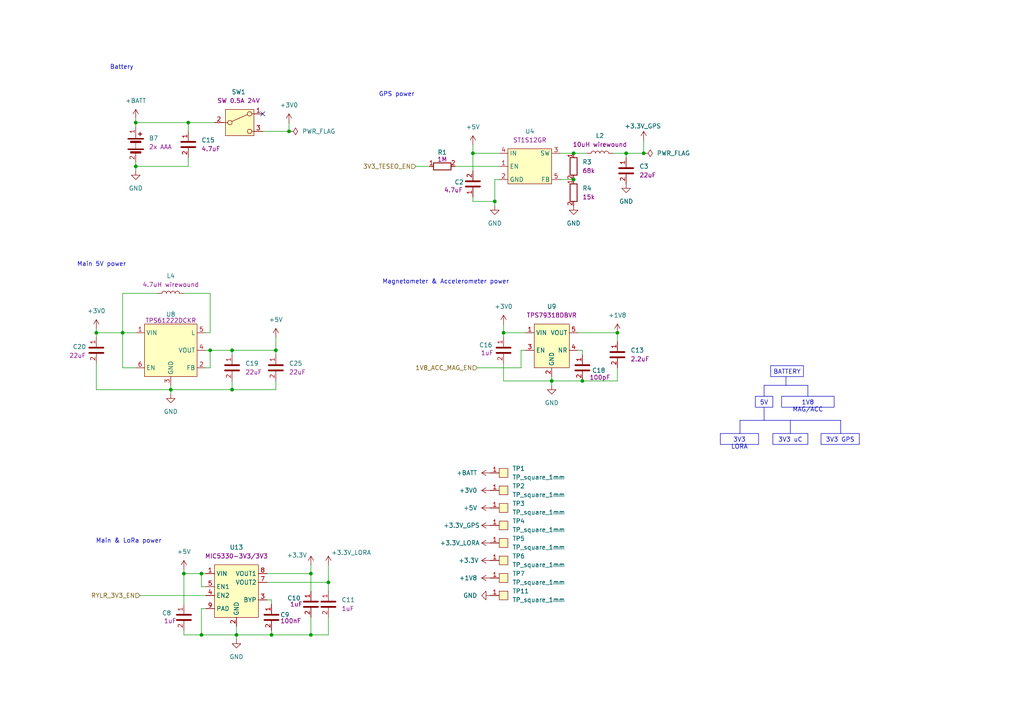
<source format=kicad_sch>
(kicad_sch (version 20250114) (generator "eeschema") (generator_version "9.0")
  (paper "A4")
  (lib_symbols
    (symbol "001-Resistors:R_15k_1%_1/16W_0402"
      (property "Reference" "R" (at 2.032 1.27 0))
      (property "Value Disp" "15k" (at 3.302 -1.016 0))
      (symbol "R_15k_1%_1/16W_0402_1_1"
        (pin passive line (at 0 3.81 270) (length 1.27) (name "~") (number "1"))
        (pin passive line (at 0 -3.81 90) (length 1.27) (name "~") (number "2"))
      )
    )
    (symbol "001-Resistors:R_1M_5%_1/16W_0402"
      (property "Reference" "R" (at 2.032 1.27 0))
      (property "Value Disp" "1M" (at 2.54 -1.016 0))
      (symbol "R_1M_5%_1/16W_0402_1_1"
        (pin passive line (at 0 3.81 270) (length 1.27) (name "~") (number "1"))
        (pin passive line (at 0 -3.81 90) (length 1.27) (name "~") (number "2"))
      )
    )
    (symbol "001-Resistors:R_68k_1%_1/16W_0402"
      (property "Reference" "R" (at 2.032 1.27 0))
      (property "Value Disp" "68k" (at 3.048 -1.016 0))
      (symbol "R_68k_1%_1/16W_0402_1_1"
        (pin passive line (at 0 3.81 270) (length 1.27) (name "~") (number "1"))
        (pin passive line (at 0 -3.81 90) (length 1.27) (name "~") (number "2"))
      )
    )
    (symbol "002-Capacitors:C_100nF_50V_10%_X7R_0402"
      (property "Reference" "C" (at 5.588 1.27 0))
      (property "Value Disp" "100nF" (at 5.842 -0.508 0))
      (symbol "C_100nF_50V_10%_X7R_0402_1_1"
        (pin passive line (at 0 3.81 270) (length 2.794) (name "~") (number "1"))
        (pin passive line (at 0 -3.81 90) (length 2.794) (name "~") (number "2"))
      )
    )
    (symbol "002-Capacitors:C_1uF_50V_10%_X5R_0402"
      (property "Reference" "C" (at 5.588 1.27 0))
      (property "Value Disp" "1uF" (at 5.842 -0.508 0))
      (symbol "C_1uF_50V_10%_X5R_0402_1_1"
        (pin passive line (at 0 3.81 270) (length 2.794) (name "~") (number "1"))
        (pin passive line (at 0 -3.81 90) (length 2.794) (name "~") (number "2"))
      )
    )
    (symbol "002-Capacitors:C_1uF_50V_10%_X5R_0603"
      (property "Reference" "C" (at 5.588 1.27 0))
      (property "Value Disp" "1uF" (at 5.842 -0.508 0))
      (symbol "C_1uF_50V_10%_X5R_0603_1_1"
        (pin passive line (at 0 3.81 270) (length 2.794) (name "~") (number "1"))
        (pin passive line (at 0 -3.81 90) (length 2.794) (name "~") (number "2"))
      )
    )
    (symbol "002-Capacitors:C_2.2uF_25V_25%_X5R_0402"
      (property "Reference" "C" (at 5.588 1.27 0))
      (property "Value Disp" "2.2uF" (at 5.842 -0.508 0))
      (symbol "C_2.2uF_25V_25%_X5R_0402_1_1"
        (pin passive line (at 0 3.81 270) (length 2.794) (name "~") (number "1"))
        (pin passive line (at 0 -3.81 90) (length 2.794) (name "~") (number "2"))
      )
    )
    (symbol "002-Capacitors:C_22uF_25V_20%_X5S_0603"
      (property "Reference" "C" (at 5.588 1.27 0))
      (property "Value Disp" "22uF" (at 5.842 -0.508 0))
      (symbol "C_22uF_25V_20%_X5S_0603_1_1"
        (pin passive line (at 0 3.81 270) (length 2.794) (name "~") (number "1"))
        (pin passive line (at 0 -3.81 90) (length 2.794) (name "~") (number "2"))
      )
    )
    (symbol "002-Capacitors:C_22uF_6.3V_20%_X5R_0805"
      (property "Reference" "C" (at 5.588 1.27 0))
      (property "Value Disp" "22uF" (at 5.842 -0.508 0))
      (symbol "C_22uF_6.3V_20%_X5R_0805_1_1"
        (pin passive line (at 0 3.81 270) (length 2.794) (name "~") (number "1"))
        (pin passive line (at 0 -3.81 90) (length 2.794) (name "~") (number "2"))
      )
    )
    (symbol "002-Capacitors:C_4.7uF_10V_10%_X7S_0603"
      (property "Reference" "C" (at 5.588 1.27 0))
      (property "Value Disp" "4.7uF" (at 5.842 -0.508 0))
      (symbol "C_4.7uF_10V_10%_X7S_0603_1_1"
        (pin passive line (at 0 3.81 270) (length 2.794) (name "~") (number "1"))
        (pin passive line (at 0 -3.81 90) (length 2.794) (name "~") (number "2"))
      )
    )
    (symbol "002-Capacitors:GRM1885C1H101JA01D"
      (property "Reference" "C" (at 5.588 1.27 0))
      (property "Value Disp" "100pF" (at 5.842 -0.508 0))
      (symbol "GRM1885C1H101JA01D_1_1"
        (pin passive line (at 0 3.81 270) (length 2.794) (name "~") (number "1"))
        (pin passive line (at 0 -3.81 90) (length 2.794) (name "~") (number "2"))
      )
    )
    (symbol "003-Inductors:L_10uH_20%_1.51A_160mOhm" (pin_numbers (hide yes)) (pin_names (offset 1.016) (hide yes))
      (property "Reference" "L" (at 0.254 2.032 0))
      (property "Value Disp" "10uH wirewound" (at 0 -2.032 0))
      (symbol "L_10uH_20%_1.51A_160mOhm_1_1"
        (pin passive line (at -3.81 0 0) (length 1.27) (name "1") (number "1"))
        (pin passive line (at 3.81 0 180) (length 1.27) (name "2") (number "2"))
      )
    )
    (symbol "003-Inductors:L_4.7uH_20%_1.7A_120mOhm" (pin_numbers (hide yes)) (pin_names (offset 1.016) (hide yes))
      (property "Reference" "L" (at 0.254 2.032 0))
      (property "Value Disp" "4.7uH wirewound" (at 0 -2.032 0))
      (symbol "L_4.7uH_20%_1.7A_120mOhm_1_1"
        (pin passive line (at -3.81 0 0) (length 1.27) (name "1") (number "1"))
        (pin passive line (at 3.81 0 180) (length 1.27) (name "2") (number "2"))
      )
    )
    (symbol "004-Power:AAA_2X_Holder"
      (property "Reference" "B" (at -6.35 1.27 0))
      (property "Value Disp" "2x AAA" (at -6.604 -1.27 0))
      (symbol "AAA_2X_Holder_1_1"
        (pin power_out line (at 0 5.08 270) (length 2.54) (name "") (number "1"))
        (pin power_out line (at 0 -5.08 90) (length 2.54) (name "") (number "2"))
      )
    )
    (symbol "004-Power:MIC5330-SSYML-TR"
      (property "Reference" "U" (at -0.254 11.176 0))
      (property "Value Disp" "MIC5330-3V3/3V3" (at -0.254 9.144 0))
      (symbol "MIC5330-SSYML-TR_1_1"
        (pin power_in line (at -8.89 5.08 0) (length 2.54) (name "VIN") (number "1"))
        (pin input line (at -8.89 1.27 0) (length 2.54) (name "EN1") (number "5"))
        (pin input line (at -8.89 -1.27 0) (length 2.54) (name "EN2") (number "4"))
        (pin passive line (at -8.89 -5.08 0) (length 2.54) (name "PAD") (number "9"))
        (pin power_in line (at 0 -10.16 90) (length 2.54) (name "GND") (number "2"))
        (pin power_out line (at 8.89 5.08 180) (length 2.54) (name "VOUT1") (number "8"))
        (pin power_out line (at 8.89 2.54 180) (length 2.54) (name "VOUT2") (number "7"))
        (pin passive line (at 8.89 -2.54 180) (length 2.54) (name "BYP") (number "3"))
        (pin no_connect line (at 8.89 -5.08 180) (length 2.54) (hide yes) (name "NC") (number "6"))
      )
    )
    (symbol "004-Power:ST1S12GR"
      (property "Reference" "U" (at 0 12.954 0))
      (property "Value Disp" "ST1S12GR" (at 0.254 10.414 0))
      (symbol "ST1S12GR_1_1"
        (pin power_in line (at -8.89 7.62 0) (length 2.54) (name "IN") (number "4"))
        (pin input line (at -8.89 3.81 0) (length 2.54) (name "EN") (number "1"))
        (pin power_in line (at -8.89 0 0) (length 2.54) (name "GND") (number "2"))
        (pin power_out line (at 8.89 7.62 180) (length 2.54) (name "SW") (number "3"))
        (pin passive line (at 8.89 0 180) (length 2.54) (name "FB") (number "5"))
      )
    )
    (symbol "004-Power:TPS61222DCKR"
      (property "Reference" "U" (at 0 11.176 0))
      (property "Value Disp" "TPS61222DCKR" (at 0.254 9.144 0))
      (symbol "TPS61222DCKR_1_1"
        (pin power_in line (at -10.16 5.08 0) (length 2.54) (name "VIN") (number "1"))
        (pin input line (at -10.16 -5.08 0) (length 2.54) (name "EN") (number "6"))
        (pin power_in line (at 0 -10.16 90) (length 2.54) (name "GND") (number "3"))
        (pin passive line (at 10.16 5.08 180) (length 2.54) (name "L") (number "5"))
        (pin power_out line (at 10.16 0 180) (length 2.54) (name "VOUT") (number "4"))
        (pin input line (at 10.16 -5.08 180) (length 2.54) (name "FB") (number "2"))
      )
    )
    (symbol "004-Power:TPS79318DBVR"
      (property "Reference" "U" (at 0 9.906 0))
      (property "Value Disp" "TPS79318DBVR" (at 0.254 7.874 0))
      (symbol "TPS79318DBVR_1_1"
        (pin power_in line (at -7.62 3.81 0) (length 2.54) (name "VIN") (number "1"))
        (pin input line (at -7.62 -1.27 0) (length 2.54) (name "EN") (number "3"))
        (pin power_in line (at 0 -8.89 90) (length 2.54) (name "GND") (number "2"))
        (pin power_out line (at 7.62 3.81 180) (length 2.54) (name "VOUT") (number "5"))
        (pin input line (at 7.62 -1.27 180) (length 2.54) (name "NR") (number "4"))
      )
    )
    (symbol "009-Connectors:switch_slide_2pos"
      (property "Reference" "SW" (at -0.508 6.858 0))
      (property "Value Disp" "SW 0.5A 24V" (at -0.254 5.08 0))
      (symbol "switch_slide_2pos_1_1"
        (pin bidirectional line (at -7.62 0 0) (length 2.54) (name "") (number "2"))
        (pin bidirectional line (at 6.35 2.54 180) (length 2.54) (name "") (number "1"))
        (pin bidirectional line (at 6.35 -2.54 180) (length 2.54) (name "") (number "3"))
      )
    )
    (symbol "011-Misc:Testpoint_square_1mm" (in_bom no)
      (property "Reference" "TP" (at 0 2.286 0))
      (property "Value" "TP_square_1mm" (at 0.254 -2.286 0))
      (symbol "Testpoint_square_1mm_1_1"
        (pin bidirectional line (at -3.81 0 0) (length 2.54) (name "") (number "1"))
      )
    )
    (symbol "power:+1V8" (power) (pin_numbers (hide yes)) (pin_names (offset 0) (hide yes))
      (property "Value" "+1V8" (at 0 3.556 0))
      (symbol "+1V8_1_1"
        (pin power_in line (at 0 0 90) (length 0) (name "~") (number "1"))
      )
    )
    (symbol "power:+3.3V" (power) (pin_numbers (hide yes)) (pin_names (offset 0) (hide yes))
      (property "Value" "+3.3V" (at 0 3.556 0))
      (symbol "+3.3V_1_1"
        (pin power_in line (at 0 0 90) (length 0) (name "~") (number "1"))
      )
    )
    (symbol "power:+3V0" (power) (pin_numbers (hide yes)) (pin_names (offset 0) (hide yes))
      (property "Value" "+3V0" (at 0 3.556 0))
      (symbol "+3V0_1_1"
        (pin power_in line (at 0 0 90) (length 0) (name "~") (number "1"))
      )
    )
    (symbol "power:+5V" (power) (pin_numbers (hide yes)) (pin_names (offset 0) (hide yes))
      (property "Value" "+5V" (at 0 3.556 0))
      (symbol "+5V_1_1"
        (pin power_in line (at 0 0 90) (length 0) (name "~") (number "1"))
      )
    )
    (symbol "power:+BATT" (power) (pin_numbers (hide yes)) (pin_names (offset 0) (hide yes))
      (property "Value" "+BATT" (at 0 3.556 0))
      (symbol "+BATT_1_1"
        (pin power_in line (at 0 0 90) (length 0) (name "~") (number "1"))
      )
    )
    (symbol "power:GND" (power) (pin_numbers (hide yes)) (pin_names (offset 0) (hide yes))
      (property "Value" "GND" (at 0 -3.81 0))
      (symbol "GND_1_1"
        (pin power_in line (at 0 0 270) (length 0) (name "~") (number "1"))
      )
    )
    (symbol "power:PWR_FLAG" (power) (pin_numbers (hide yes)) (pin_names (offset 0) (hide yes))
      (property "Value" "PWR_FLAG" (at 0 3.81 0))
      (symbol "PWR_FLAG_0_0"
        (pin power_out line (at 0 0 90) (length 0) (name "~") (number "1"))
      )
    )
  )
  (text "Magnetometer & Accelerometer power" (at 129.286 81.788 0) (effects (font (size 1.27 1.27))))
  (text "Main & LoRa power" (at 37.338 156.972 0) (effects (font (size 1.27 1.27))))
  (text "Main 5V power" (at 29.464 76.708 0) (effects (font (size 1.27 1.27))))
  (text "GPS power" (at 115.062 27.432 0) (effects (font (size 1.27 1.27))))
  (text "Battery" (at 35.306 19.558 0) (effects (font (size 1.27 1.27))))
  (text_box "3V3 LORA" (at 208.915 125.73 0) (size 11.11 3.175) (margins 0.9525 0.9525 0.9525 0.9525) (effects (font (size 1.27 1.27)) (justify top)))
  (text_box "3V3 uC" (at 224.155 125.73 0) (size 10.16 3.175) (margins 0.9525 0.9525 0.9525 0.9525) (effects (font (size 1.27 1.27)) (justify top)))
  (text_box "5V" (at 219.075 114.935 0) (size 5.08 3.175) (margins 0.9525 0.9525 0.9525 0.9525) (effects (font (size 1.27 1.27)) (justify top)))
  (text_box "BATTERY" (at 223.52 106.045 0) (size 9.525 3.175) (margins 0.9525 0.9525 0.9525 0.9525) (effects (font (size 1.27 1.27)) (justify top)))
  (text_box "1V8 MAG/ACC" (at 226.695 114.935 0) (size 15.24 3.175) (margins 0.9525 0.9525 0.9525 0.9525) (effects (font (size 1.27 1.27)) (justify top)))
  (text_box "3V3 GPS" (at 238.125 125.73 0) (size 11.11 3.175) (margins 0.9525 0.9525 0.9525 0.9525) (effects (font (size 1.27 1.27)) (justify top)))
  (junction (at 137.16 44.45))
  (junction (at 143.51 58.42))
  (junction (at 181.61 44.45))
  (junction (at 39.37 35.56))
  (junction (at 67.31 113.03))
  (junction (at 90.17 166.37))
  (junction (at 58.42 184.15))
  (junction (at 53.34 166.37))
  (junction (at 78.74 184.15))
  (junction (at 95.25 168.91))
  (junction (at 60.96 101.6))
  (junction (at 160.02 110.49))
  (junction (at 166.37 52.07))
  (junction (at 49.53 113.03))
  (junction (at 39.37 48.26))
  (junction (at 27.94 96.52))
  (junction (at 186.69 44.45))
  (junction (at 67.31 101.6))
  (junction (at 90.17 184.15))
  (junction (at 179.07 96.52))
  (junction (at 54.61 35.56))
  (junction (at 58.42 166.37))
  (junction (at 83.82 38.1))
  (junction (at 166.37 44.45))
  (junction (at 80.01 101.6))
  (junction (at 146.05 96.52))
  (junction (at 68.58 184.15))
  (junction (at 168.91 110.49))
  (junction (at 35.56 96.52))
  (no_connect (at 76.2 33.02))
  (wire (pts (xy 40.64 172.72) (xy 59.69 172.72)))
  (wire (pts (xy 68.58 181.61) (xy 68.58 184.15)))
  (wire (pts (xy 95.25 163.83) (xy 95.25 168.91)))
  (wire (pts (xy 181.61 44.45) (xy 186.69 44.45)))
  (wire (pts (xy 90.17 166.37) (xy 90.17 171.45)))
  (wire (pts (xy 27.94 96.52) (xy 27.94 97.79)))
  (wire (pts (xy 58.42 166.37) (xy 53.34 166.37)))
  (wire (pts (xy 137.16 57.15) (xy 137.16 58.42)))
  (wire (pts (xy 80.01 101.6) (xy 67.31 101.6)))
  (wire (pts (xy 95.25 184.15) (xy 90.17 184.15)))
  (wire (pts (xy 77.47 173.99) (xy 78.74 173.99)))
  (wire (pts (xy 58.42 176.53) (xy 58.42 184.15)))
  (wire (pts (xy 146.05 110.49) (xy 160.02 110.49)))
  (wire (pts (xy 90.17 179.07) (xy 90.17 184.15)))
  (wire (pts (xy 120.65 48.26) (xy 124.46 48.26)))
  (wire (pts (xy 162.56 44.45) (xy 166.37 44.45)))
  (wire (pts (xy 27.94 105.41) (xy 27.94 113.03)))
  (wire (pts (xy 58.42 170.18) (xy 58.42 166.37)))
  (wire (pts (xy 77.47 166.37) (xy 90.17 166.37)))
  (wire (pts (xy 67.31 110.49) (xy 67.31 113.03)))
  (wire (pts (xy 160.02 110.49) (xy 160.02 111.76)))
  (polyline (pts (xy 221.615 111.76) (xy 221.615 114.935)))
  (polyline (pts (xy 227.965 109.22) (xy 227.965 111.76)))
  (wire (pts (xy 39.37 34.29) (xy 39.37 35.56)))
  (wire (pts (xy 27.94 113.03) (xy 49.53 113.03)))
  (wire (pts (xy 146.05 96.52) (xy 152.4 96.52)))
  (wire (pts (xy 160.02 110.49) (xy 168.91 110.49)))
  (wire (pts (xy 53.34 165.1) (xy 53.34 166.37)))
  (wire (pts (xy 67.31 101.6) (xy 60.96 101.6)))
  (wire (pts (xy 54.61 45.72) (xy 54.61 48.26)))
  (wire (pts (xy 143.51 52.07) (xy 143.51 58.42)))
  (wire (pts (xy 39.37 35.56) (xy 39.37 36.83)))
  (wire (pts (xy 59.69 96.52) (xy 60.96 96.52)))
  (wire (pts (xy 54.61 48.26) (xy 39.37 48.26)))
  (wire (pts (xy 39.37 46.99) (xy 39.37 48.26)))
  (wire (pts (xy 27.94 96.52) (xy 35.56 96.52)))
  (wire (pts (xy 151.13 101.6) (xy 151.13 106.68)))
  (wire (pts (xy 181.61 44.45) (xy 181.61 45.72)))
  (wire (pts (xy 76.2 38.1) (xy 83.82 38.1)))
  (wire (pts (xy 35.56 85.09) (xy 35.56 96.52)))
  (wire (pts (xy 54.61 38.1) (xy 54.61 35.56)))
  (wire (pts (xy 59.69 166.37) (xy 58.42 166.37)))
  (wire (pts (xy 27.94 95.25) (xy 27.94 96.52)))
  (wire (pts (xy 78.74 173.99) (xy 78.74 175.26)))
  (wire (pts (xy 83.82 38.1) (xy 83.82 35.56)))
  (wire (pts (xy 39.37 48.26) (xy 39.37 49.53)))
  (polyline (pts (xy 214.63 121.92) (xy 214.63 125.73)))
  (wire (pts (xy 53.34 184.15) (xy 53.34 182.88)))
  (wire (pts (xy 49.53 111.76) (xy 49.53 113.03)))
  (wire (pts (xy 137.16 44.45) (xy 144.78 44.45)))
  (wire (pts (xy 59.69 170.18) (xy 58.42 170.18)))
  (wire (pts (xy 67.31 101.6) (xy 67.31 102.87)))
  (wire (pts (xy 78.74 184.15) (xy 68.58 184.15)))
  (wire (pts (xy 144.78 52.07) (xy 143.51 52.07)))
  (wire (pts (xy 137.16 58.42) (xy 143.51 58.42)))
  (wire (pts (xy 162.56 52.07) (xy 166.37 52.07)))
  (wire (pts (xy 90.17 184.15) (xy 78.74 184.15)))
  (wire (pts (xy 95.25 168.91) (xy 95.25 171.45)))
  (wire (pts (xy 151.13 101.6) (xy 152.4 101.6)))
  (wire (pts (xy 80.01 97.79) (xy 80.01 101.6)))
  (wire (pts (xy 146.05 97.79) (xy 146.05 96.52)))
  (polyline (pts (xy 229.235 121.92) (xy 243.84 121.92)))
  (wire (pts (xy 179.07 106.68) (xy 179.07 110.49)))
  (wire (pts (xy 132.08 48.26) (xy 144.78 48.26)))
  (wire (pts (xy 59.69 106.68) (xy 60.96 106.68)))
  (wire (pts (xy 90.17 163.83) (xy 90.17 166.37)))
  (wire (pts (xy 35.56 85.09) (xy 45.72 85.09)))
  (wire (pts (xy 60.96 96.52) (xy 60.96 85.09)))
  (wire (pts (xy 58.42 184.15) (xy 68.58 184.15)))
  (wire (pts (xy 167.64 101.6) (xy 168.91 101.6)))
  (wire (pts (xy 49.53 113.03) (xy 67.31 113.03)))
  (wire (pts (xy 160.02 110.49) (xy 160.02 109.22)))
  (wire (pts (xy 177.8 44.45) (xy 181.61 44.45)))
  (polyline (pts (xy 221.615 121.92) (xy 214.63 121.92)))
  (wire (pts (xy 35.56 96.52) (xy 39.37 96.52)))
  (wire (pts (xy 166.37 44.45) (xy 170.18 44.45)))
  (wire (pts (xy 137.16 41.91) (xy 137.16 44.45)))
  (wire (pts (xy 54.61 35.56) (xy 62.23 35.56)))
  (wire (pts (xy 78.74 182.88) (xy 78.74 184.15)))
  (wire (pts (xy 35.56 106.68) (xy 35.56 96.52)))
  (polyline (pts (xy 221.615 121.92) (xy 229.235 121.92)))
  (wire (pts (xy 77.47 168.91) (xy 95.25 168.91)))
  (wire (pts (xy 59.69 176.53) (xy 58.42 176.53)))
  (wire (pts (xy 35.56 106.68) (xy 39.37 106.68)))
  (wire (pts (xy 143.51 58.42) (xy 143.51 59.69)))
  (wire (pts (xy 53.34 166.37) (xy 53.34 175.26)))
  (wire (pts (xy 179.07 110.49) (xy 168.91 110.49)))
  (wire (pts (xy 53.34 184.15) (xy 58.42 184.15)))
  (wire (pts (xy 68.58 184.15) (xy 68.58 185.42)))
  (wire (pts (xy 138.43 106.68) (xy 151.13 106.68)))
  (wire (pts (xy 53.34 85.09) (xy 60.96 85.09)))
  (polyline (pts (xy 229.235 121.92) (xy 229.235 125.73)))
  (wire (pts (xy 137.16 44.45) (xy 137.16 49.53)))
  (wire (pts (xy 60.96 101.6) (xy 59.69 101.6)))
  (wire (pts (xy 60.96 106.68) (xy 60.96 101.6)))
  (wire (pts (xy 80.01 102.87) (xy 80.01 101.6)))
  (wire (pts (xy 80.01 110.49) (xy 80.01 113.03)))
  (polyline (pts (xy 227.965 111.76) (xy 221.615 111.76)))
  (wire (pts (xy 168.91 101.6) (xy 168.91 102.87)))
  (wire (pts (xy 54.61 35.56) (xy 39.37 35.56)))
  (wire (pts (xy 186.69 40.64) (xy 186.69 44.45)))
  (wire (pts (xy 49.53 113.03) (xy 49.53 114.3)))
  (polyline (pts (xy 243.84 121.92) (xy 243.84 125.73)))
  (wire (pts (xy 179.07 96.52) (xy 179.07 99.06)))
  (wire (pts (xy 95.25 179.07) (xy 95.25 184.15)))
  (wire (pts (xy 146.05 93.98) (xy 146.05 96.52)))
  (polyline (pts (xy 227.965 111.76) (xy 234.315 111.76)))
  (wire (pts (xy 167.64 96.52) (xy 179.07 96.52)))
  (wire (pts (xy 80.01 113.03) (xy 67.31 113.03)))
  (polyline (pts (xy 221.615 118.11) (xy 221.615 121.92)))
  (wire (pts (xy 146.05 105.41) (xy 146.05 110.49)))
  (polyline (pts (xy 234.315 111.76) (xy 234.315 114.935)))
  (hierarchical_label "RYLR_3V3_EN" (shape input) (at 40.64 172.72 180))
  (hierarchical_label "1V8_ACC_MAG_EN" (shape input) (at 138.43 106.68 180))
  (hierarchical_label "3V3_TESEO_EN" (shape input) (at 120.65 48.26 180))
  (symbol (lib_id "power:+3.3V") (at 90.17 163.83 0) (unit 1)
    (property "Reference" "#PWR023" (effects (hide yes)))
    (property "Value" "+3.3V" (at 86.106 161.036 0))
    (property "Description" "Power symbol creates a global label with name \"+3.3V\"" (effects (hide yes)))
  )
  (symbol (lib_id "009-Connectors:switch_slide_2pos") (at 69.85 35.56 0) (unit 1)
    (property "Reference" "SW1" (at 69.215 26.67 0))
    (property "Value" "switch_slide_2pos" (effects (hide yes)))
    (property "Footprint" "009-Connectors:09.10290.01" (effects (hide yes)))
    (property "Datasheet" "https://mm.digikey.com/Volume0/opasdata/d220001/medias/docus/496/series1k2_201004.pdf" (effects (hide yes)))
    (property "Description" "Switch slide 0.5A 24V" (effects (hide yes)))
    (property "Web link" "https://www.digikey.ch/en/products/detail/eao/09-10290-01/8733108" (effects (hide yes)))
    (property "Manufacturer" "EAO" (effects (hide yes)))
    (property "Manufacturer P/N" "09.10290.01" (effects (hide yes)))
    (property "Digikey P/N" "1948-1089-ND" (effects (hide yes)))
    (property "Price" "2.36" (effects (hide yes)))
    (property "Height" "2.5" (effects (hide yes)))
    (property "Temperature" "-40 to 85" (effects (hide yes)))
    (property "Value Disp" "SW 0.5A 24V" (at 69.215 29.21 0))
  )
  (symbol (lib_id "002-Capacitors:C_100nF_50V_10%_X7R_0402") (at 78.74 179.07 0) (unit 1)
    (property "Reference" "C9" (at 81.28 178.308 0) (effects (justify left)))
    (property "Value" "C_100nF_50V_10%_X7R_0402_H0.55" (effects (hide yes)))
    (property "Footprint" "002-Capacitors:C_0402_H0.55" (effects (hide yes)))
    (property "Datasheet" "https://search.murata.co.jp/Ceramy/image/img/A01X/G101/ENG/GRM155R71H104KE14-01.pdf" (effects (hide yes)))
    (property "Description" "Ceramic capacitor" (effects (hide yes)))
    (property "Web link" "https://www.digikey.ch/en/products/detail/murata-electronics/GRM155R71H104KE14J/5973352" (effects (hide yes)))
    (property "Manufacturer" "Murata Electronics" (effects (hide yes)))
    (property "Manufacturer P/N" "GRM155R71H104KE14J" (effects (hide yes)))
    (property "Digikey P/N" "490-13342-1-ND" (effects (hide yes)))
    (property "Price" "0.09" (effects (hide yes)))
    (property "Height" "0.55" (effects (hide yes)))
    (property "Temperature" "-55 to 125" (effects (hide yes)))
    (property "Value Disp" "100nF" (at 81.28 180.086 0) (effects (justify left)))
  )
  (symbol (lib_id "002-Capacitors:C_2.2uF_25V_25%_X5R_0402") (at 179.07 102.87 0) (unit 1)
    (property "Reference" "C13" (at 182.88 101.5999 0) (effects (justify left)))
    (property "Value" "C_2.2uF_25V_25%_X5R_0402_H0.55" (effects (hide yes)))
    (property "Footprint" "002-Capacitors:C_0402_H0.55" (effects (hide yes)))
    (property "Datasheet" "https://search.murata.co.jp/Ceramy/image/img/A01X/G101/ENG/GRM155R61E225ME15-01.pdf" (effects (hide yes)))
    (property "Description" "Ceramic capacitor" (effects (hide yes)))
    (property "Web link" "https://www.digikey.ch/en/products/detail/murata-electronics/GRM155R61E225ME15D/5027542" (effects (hide yes)))
    (property "Manufacturer" "Murata Electronics" (effects (hide yes)))
    (property "Manufacturer P/N" "GRM155R61E225ME15D" (effects (hide yes)))
    (property "Digikey P/N" "490-10457-1-ND" (effects (hide yes)))
    (property "Price" "0.17" (effects (hide yes)))
    (property "Height" "0.55" (effects (hide yes)))
    (property "Temperature" "-55 to 85" (effects (hide yes)))
    (property "Value Disp" "2.2uF" (at 182.88 104.1399 0) (effects (justify left)))
  )
  (symbol (lib_id "003-Inductors:L_10uH_20%_1.51A_160mOhm") (at 173.99 44.45 0) (unit 1)
    (property "Reference" "L2" (at 173.99 39.37 0))
    (property "Value" "L_10uH_20%_1.51A_160mOhm" (effects (hide yes)))
    (property "Footprint" "003-Inductors:LTF5022T-100M1R3-D" (effects (hide yes)))
    (property "Datasheet" "https://product.tdk.com/en/system/files?file=dam/doc/product/inductor/inductor/smd/catalog/inductor_automotive_power_ltf5022-d_en.pdf" (effects (hide yes)))
    (property "Description" "Wire wound inductor" (effects (hide yes)))
    (property "Web link" "https://www.digikey.ch/en/products/detail/tdk-corporation/LTF5022T-100M1R3-D/4766672" (effects (hide yes)))
    (property "Manufacturer" "TDK Corporation" (effects (hide yes)))
    (property "Manufacturer P/N" "LTF5022T-100M1R3-D" (effects (hide yes)))
    (property "Digikey P/N" "445-16215-1-ND" (effects (hide yes)))
    (property "Price" "1.4" (effects (hide yes)))
    (property "Height" "2.2" (effects (hide yes)))
    (property "Temperature" "-40 to 105" (effects (hide yes)))
    (property "Value Disp" "10uH wirewound" (at 173.99 41.91 0))
  )
  (symbol (lib_id "011-Misc:Testpoint_square_1mm") (at 146.05 157.48 0) (unit 1) (in_bom no)
    (property "Reference" "TP5" (at 148.59 156.2099 0) (effects (justify left)))
    (property "Value" "TP_square_1mm" (at 148.59 158.7499 0) (effects (justify left)))
    (property "Footprint" "011-Misc:Testpoint_square_1mm" (effects (hide yes)))
  )
  (symbol (lib_id "001-Resistors:R_1M_5%_1/16W_0402") (at 128.27 48.26 90) (unit 1)
    (property "Reference" "R1" (at 128.27 44.196 90))
    (property "Value" "R_1M_5%_1/16W_0402" (effects (hide yes)))
    (property "Footprint" "001-Resistors:R_0402_H0.4" (effects (hide yes)))
    (property "Datasheet" "https://www.yageo.com/upload/media/product/products/datasheet/rchip/PYu-RC_Group_51_RoHS_L_12.pdf" (effects (hide yes)))
    (property "Description" "Resistor" (effects (hide yes)))
    (property "Web link" "https://www.digikey.ch/en/products/detail/yageo/RC0402JR-071ML/726409" (effects (hide yes)))
    (property "Manufacturer" "YAGEO" (effects (hide yes)))
    (property "Manufacturer P/N" "RC0402JR-071ML" (effects (hide yes)))
    (property "Digikey P/N" "311-1.0MJRCT-ND" (effects (hide yes)))
    (property "Price" "0.09" (effects (hide yes)))
    (property "Height" "0.4" (effects (hide yes)))
    (property "Temperature" "-55 to 155" (effects (hide yes)))
    (property "Value Disp" "1M" (at 128.27 46.228 90))
  )
  (symbol (lib_id "power:PWR_FLAG") (at 83.82 38.1 270) (unit 1)
    (property "Reference" "#FLG01" (effects (hide yes)))
    (property "Value" "PWR_FLAG" (at 87.63 38.0999 90) (effects (justify left)))
    (property "Description" "Special symbol for telling ERC where power comes from" (effects (hide yes)))
  )
  (symbol (lib_id "power:GND") (at 39.37 49.53 0) (unit 1)
    (property "Reference" "#PWR026" (effects (hide yes)))
    (property "Value" "GND" (at 39.37 54.61 0))
    (property "Description" "Power symbol creates a global label with name \"GND\" , ground" (effects (hide yes)))
  )
  (symbol (lib_id "power:+3.3V") (at 142.24 162.56 90) (unit 1)
    (property "Reference" "#PWR082" (effects (hide yes)))
    (property "Value" "+3.3V" (at 135.89 162.56 90))
    (property "Description" "Power symbol creates a global label with name \"+3.3V\"" (effects (hide yes)))
  )
  (symbol (lib_id "power:+3.3V") (at 142.24 157.48 90) (unit 1)
    (property "Reference" "#PWR081" (effects (hide yes)))
    (property "Value" "+3.3V_LORA" (at 133.35 157.48 90))
    (property "Description" "Power symbol creates a global label with name \"+3.3V\"" (effects (hide yes)))
  )
  (symbol (lib_id "power:+5V") (at 80.01 97.79 0) (unit 1)
    (property "Reference" "#PWR018" (effects (hide yes)))
    (property "Value" "+5V" (at 80.01 92.71 0))
    (property "Description" "Power symbol creates a global label with name \"+5V\"" (effects (hide yes)))
  )
  (symbol (lib_id "power:+3.3V") (at 142.24 152.4 90) (unit 1)
    (property "Reference" "#PWR080" (effects (hide yes)))
    (property "Value" "+3.3V_GPS" (at 133.858 152.4 90))
    (property "Description" "Power symbol creates a global label with name \"+3.3V\"" (effects (hide yes)))
  )
  (symbol (lib_id "003-Inductors:L_4.7uH_20%_1.7A_120mOhm") (at 49.53 85.09 0) (unit 1)
    (property "Reference" "L4" (at 49.53 80.01 0))
    (property "Value" "L_4.7uH_20%_1.7A_120mOhm" (effects (hide yes)))
    (property "Footprint" "003-Inductors:LQH3NPZ4R7MMEL" (effects (hide yes)))
    (property "Datasheet" "https://search.murata.co.jp/Ceramy/image/img/P02/JELF243A-9140.pdf" (effects (hide yes)))
    (property "Description" "Wire wound inductor" (effects (hide yes)))
    (property "Web link" "https://www.digikey.ch/en/products/detail/murata-electronics/LQH3NPZ4R7MMEL/6800642" (effects (hide yes)))
    (property "Manufacturer" "Murata Electronics" (effects (hide yes)))
    (property "Manufacturer P/N" "LQH3NPZ4R7MMEL" (effects (hide yes)))
    (property "Digikey P/N" "490-LQH3NPZ4R7MMELCT-ND" (effects (hide yes)))
    (property "Price" "0.32" (effects (hide yes)))
    (property "Height" "1.5" (effects (hide yes)))
    (property "Temperature" "-40 to 105" (effects (hide yes)))
    (property "Value Disp" "4.7uH wirewound" (at 49.53 82.55 0))
  )
  (symbol (lib_id "power:+3.3V") (at 95.25 163.83 0) (unit 1)
    (property "Reference" "#PWR024" (effects (hide yes)))
    (property "Value" "+3.3V_LORA" (at 101.854 160.274 0))
    (property "Description" "Power symbol creates a global label with name \"+3.3V\"" (effects (hide yes)))
  )
  (symbol (lib_id "002-Capacitors:C_22uF_6.3V_20%_X5R_0805") (at 181.61 49.53 0) (unit 1)
    (property "Reference" "C3" (at 185.42 48.2599 0) (effects (justify left)))
    (property "Value" "C_22uF_6.3V_20%_X5R_0805_H1.4" (effects (hide yes)))
    (property "Footprint" "002-Capacitors:C_0805_H1.4" (effects (hide yes)))
    (property "Datasheet" "https://connect.kemet.com:7667/gateway/IntelliData-ComponentDocumentation/1.0/download/datasheet/C0805C226M9PACTU" (effects (hide yes)))
    (property "Description" "Ceramic capacitor" (effects (hide yes)))
    (property "Web link" "https://www.digikey.ch/en/products/detail/kemet/C0805C226M9PAC7800/992189" (effects (hide yes)))
    (property "Manufacturer" "KEMET" (effects (hide yes)))
    (property "Manufacturer P/N" "C0805C226M9PAC7800" (effects (hide yes)))
    (property "Digikey P/N" "399-C0805C226M9PAC7800CT-ND" (effects (hide yes)))
    (property "Price" "0.19" (effects (hide yes)))
    (property "Height" "1.4" (effects (hide yes)))
    (property "Temperature" "-55 to 85" (effects (hide yes)))
    (property "Value Disp" "22uF" (at 185.42 50.7999 0) (effects (justify left)))
  )
  (symbol (lib_id "011-Misc:Testpoint_square_1mm") (at 146.05 142.24 0) (unit 1) (in_bom no)
    (property "Reference" "TP2" (at 148.59 140.9699 0) (effects (justify left)))
    (property "Value" "TP_square_1mm" (at 148.59 143.5099 0) (effects (justify left)))
    (property "Footprint" "011-Misc:Testpoint_square_1mm" (effects (hide yes)))
  )
  (symbol (lib_id "011-Misc:Testpoint_square_1mm") (at 146.05 147.32 0) (unit 1) (in_bom no)
    (property "Reference" "TP3" (at 148.59 146.0499 0) (effects (justify left)))
    (property "Value" "TP_square_1mm" (at 148.59 148.5899 0) (effects (justify left)))
    (property "Footprint" "011-Misc:Testpoint_square_1mm" (effects (hide yes)))
  )
  (symbol (lib_id "power:GND") (at 49.53 114.3 0) (unit 1)
    (property "Reference" "#PWR027" (effects (hide yes)))
    (property "Value" "GND" (at 49.53 119.38 0))
    (property "Description" "Power symbol creates a global label with name \"GND\" , ground" (effects (hide yes)))
  )
  (symbol (lib_id "power:PWR_FLAG") (at 186.69 44.45 270) (unit 1)
    (property "Reference" "#FLG04" (effects (hide yes)))
    (property "Value" "PWR_FLAG" (at 190.5 44.4499 90) (effects (justify left)))
    (property "Description" "Special symbol for telling ERC where power comes from" (effects (hide yes)))
  )
  (symbol (lib_id "011-Misc:Testpoint_square_1mm") (at 146.05 172.72 0) (unit 1) (in_bom no)
    (property "Reference" "TP11" (at 148.59 171.4499 0) (effects (justify left)))
    (property "Value" "TP_square_1mm" (at 148.59 173.9899 0) (effects (justify left)))
    (property "Footprint" "011-Misc:Testpoint_square_1mm" (effects (hide yes)))
  )
  (symbol (lib_id "power:+3V0") (at 142.24 142.24 90) (unit 1)
    (property "Reference" "#PWR078" (effects (hide yes)))
    (property "Value" "+3V0" (at 138.43 142.2399 90) (effects (justify left)))
    (property "Description" "Power symbol creates a global label with name \"+3V0\"" (effects (hide yes)))
  )
  (symbol (lib_id "002-Capacitors:C_4.7uF_10V_10%_X7S_0603") (at 54.61 41.91 0) (unit 1)
    (property "Reference" "C15" (at 58.42 40.6399 0) (effects (justify left)))
    (property "Value" "C_4.7uF_10V_10%_X7S_0603_H0.95" (effects (hide yes)))
    (property "Footprint" "002-Capacitors:C_0603_H0.95" (effects (hide yes)))
    (property "Datasheet" "https://search.murata.co.jp/Ceramy/image/img/A01X/G101/ENG/GRM188C71A475KE11-01.pdf" (effects (hide yes)))
    (property "Description" "Ceramic capacitor" (effects (hide yes)))
    (property "Web link" "https://www.digikey.ch/en/products/detail/murata-electronics/GRM188C71A475KE11D/4905309" (effects (hide yes)))
    (property "Manufacturer" "Murata Electronics" (effects (hide yes)))
    (property "Manufacturer P/N" "GRM188C71A475KE11D" (effects (hide yes)))
    (property "Digikey P/N" "490-11992-1-ND" (effects (hide yes)))
    (property "Price" "0.21" (effects (hide yes)))
    (property "Height" "0.95" (effects (hide yes)))
    (property "Temperature" "-55 to 125" (effects (hide yes)))
    (property "Value Disp" "4.7uF" (at 58.42 43.1799 0) (effects (justify left)))
  )
  (symbol (lib_id "power:GND") (at 143.51 59.69 0) (unit 1)
    (property "Reference" "#PWR08" (effects (hide yes)))
    (property "Value" "GND" (at 143.51 64.77 0))
    (property "Description" "Power symbol creates a global label with name \"GND\" , ground" (effects (hide yes)))
  )
  (symbol (lib_id "power:+BATT") (at 142.24 137.16 90) (unit 1)
    (property "Reference" "#PWR077" (effects (hide yes)))
    (property "Value" "+BATT" (at 138.43 137.1599 90) (effects (justify left)))
    (property "Description" "Power symbol creates a global label with name \"+BATT\"" (effects (hide yes)))
  )
  (symbol (lib_id "power:+5V") (at 53.34 165.1 0) (unit 1)
    (property "Reference" "#PWR016" (effects (hide yes)))
    (property "Value" "+5V" (at 53.34 160.02 0))
    (property "Description" "Power symbol creates a global label with name \"+5V\"" (effects (hide yes)))
  )
  (symbol (lib_id "011-Misc:Testpoint_square_1mm") (at 146.05 162.56 0) (unit 1) (in_bom no)
    (property "Reference" "TP6" (at 148.59 161.2899 0) (effects (justify left)))
    (property "Value" "TP_square_1mm" (at 148.59 163.8299 0) (effects (justify left)))
    (property "Footprint" "011-Misc:Testpoint_square_1mm" (effects (hide yes)))
  )
  (symbol (lib_id "002-Capacitors:C_1uF_50V_10%_X5R_0603") (at 146.05 101.6 0) (unit 1)
    (property "Reference" "C16" (at 138.938 100.076 0) (effects (justify left)))
    (property "Value" "C_1uF_50V_10%_X5R_0603_H0.9" (effects (hide yes)))
    (property "Footprint" "002-Capacitors:C_0603_H0.95" (effects (hide yes)))
    (property "Datasheet" "https://search.murata.co.jp/Ceramy/image/img/A01X/G101/ENG/GRT188R61H105KE13-01.pdf" (effects (hide yes)))
    (property "Description" "Ceramic capacitor" (effects (hide yes)))
    (property "Web link" "https://www.digikey.ch/en/products/detail/murata-electronics/GRT188R61H105KE13D/5416752" (effects (hide yes)))
    (property "Manufacturer" "Murata Electronics" (effects (hide yes)))
    (property "Manufacturer P/N" "GRT188R61H105KE13D" (effects (hide yes)))
    (property "Digikey P/N" "490-12330-1-ND" (effects (hide yes)))
    (property "Price" "0.16" (effects (hide yes)))
    (property "Height" "0.9" (effects (hide yes)))
    (property "Temperature" "-55 to 85" (effects (hide yes)))
    (property "Value Disp" "1uF" (at 139.446 102.362 0) (effects (justify left)))
  )
  (symbol (lib_id "002-Capacitors:C_22uF_25V_20%_X5S_0603") (at 80.01 106.68 0) (unit 1)
    (property "Reference" "C25" (at 83.82 105.4099 0) (effects (justify left)))
    (property "Value" "C_22uF_25V_20%_X5S_0603_H1" (effects (hide yes)))
    (property "Footprint" "002-Capacitors:C_0603_H0.95" (effects (hide yes)))
    (property "Datasheet" "https://search.murata.co.jp/Ceramy/image/img/A01X/G101/ENG/GRM188C61E226ME01-01A.pdf" (effects (hide yes)))
    (property "Description" "6.7uF @ 5V - 10.7uF @ 3.3V" (effects (hide yes)))
    (property "Web link" "https://www.digikey.ch/en/products/detail/murata-electronics/GRM188C61E226ME01J/22528408" (effects (hide yes)))
    (property "Manufacturer" "Murata" (effects (hide yes)))
    (property "Manufacturer P/N" "GRM188C61E226ME01J" (effects (hide yes)))
    (property "Digikey P/N" "490-GRM188C61E226ME01JCT-ND" (effects (hide yes)))
    (property "Price" "0.41" (effects (hide yes)))
    (property "Height" "1" (effects (hide yes)))
    (property "Temperature" "-55 to 85" (effects (hide yes)))
    (property "Value Disp" "22uF" (at 83.82 107.9499 0) (effects (justify left)))
  )
  (symbol (lib_id "power:GND") (at 166.37 59.69 0) (unit 1)
    (property "Reference" "#PWR011" (effects (hide yes)))
    (property "Value" "GND" (at 166.37 64.77 0))
    (property "Description" "Power symbol creates a global label with name \"GND\" , ground" (effects (hide yes)))
  )
  (symbol (lib_id "004-Power:MIC5330-SSYML-TR") (at 68.58 171.45 0) (unit 1)
    (property "Reference" "U13" (at 68.58 158.75 0))
    (property "Value" "MIC5330-SSYML-TR" (effects (hide yes)))
    (property "Footprint" "004-Power:MIC5330" (effects (hide yes)))
    (property "Datasheet" "https://ww1.microchip.com/downloads/en/DeviceDoc/mic5330.pdf" (effects (hide yes)))
    (property "Description" "Dual LDO - 3V3 / 3V3 - 300mA x2" (effects (hide yes)))
    (property "Web link" "https://www.digikey.ch/en/products/detail/microchip-technology/MIC5330-SSYML-TR/1617137" (effects (hide yes)))
    (property "Manufacturer" "Microchip Technology" (effects (hide yes)))
    (property "Manufacturer P/N" "MIC5330-SSYML-TR" (effects (hide yes)))
    (property "Digikey P/N" "576-1947-1-ND" (effects (hide yes)))
    (property "Price" "1.15" (effects (hide yes)))
    (property "Height" "0.9" (effects (hide yes)))
    (property "Temperature" "-40 to 125" (effects (hide yes)))
    (property "Value Disp" "MIC5330-3V3/3V3" (at 68.58 161.29 0))
  )
  (symbol (lib_id "002-Capacitors:C_1uF_50V_10%_X5R_0402") (at 53.34 179.07 0) (unit 1)
    (property "Reference" "C8" (at 46.99 177.8 0) (effects (justify left)))
    (property "Value" "C_1uF_50V_10%_X5R_0402_H0.55" (effects (hide yes)))
    (property "Footprint" "002-Capacitors:C_0402_H0.55" (effects (hide yes)))
    (property "Datasheet" "https://search.murata.co.jp/Ceramy/image/img/A01X/G101/ENG/GRM155R61H105KE05-01A.pdf" (effects (hide yes)))
    (property "Description" "Ceramic capacitor" (effects (hide yes)))
    (property "Web link" "https://www.digikey.ch/en/products/detail/murata-electronics/GRM155R61H105KE05D/13531808" (effects (hide yes)))
    (property "Manufacturer" "Murata Electronics" (effects (hide yes)))
    (property "Manufacturer P/N" "GRM155R61H105KE05D" (effects (hide yes)))
    (property "Digikey P/N" "490-GRM155R61H105KE05DCT-ND" (effects (hide yes)))
    (property "Price" "0.07" (effects (hide yes)))
    (property "Height" "0.55" (effects (hide yes)))
    (property "Temperature" "-55 to 85" (effects (hide yes)))
    (property "Value Disp" "1uF" (at 47.498 180.086 0) (effects (justify left)))
  )
  (symbol (lib_id "001-Resistors:R_68k_1%_1/16W_0402") (at 166.37 48.26 0) (unit 1)
    (property "Reference" "R3" (at 168.91 46.9899 0) (effects (justify left)))
    (property "Value" "R_68k_1%_1/16W_0402" (effects (hide yes)))
    (property "Footprint" "001-Resistors:R_0402_H0.4" (effects (hide yes)))
    (property "Datasheet" "https://www.yageo.com/upload/media/product/productsearch/datasheet/rchip/PYu-AC_51_RoHS_L_10.pdf" (effects (hide yes)))
    (property "Description" "Resistor" (effects (hide yes)))
    (property "Web link" "https://www.digikey.ch/en/products/detail/yageo/AC0402FR-0768KL/5895476" (effects (hide yes)))
    (property "Manufacturer" "YAGEO" (effects (hide yes)))
    (property "Manufacturer P/N" "AC0402FR-0768KL" (effects (hide yes)))
    (property "Digikey P/N" "YAG3506CT-ND" (effects (hide yes)))
    (property "Price" "0.09" (effects (hide yes)))
    (property "Height" "0.4" (effects (hide yes)))
    (property "Temperature" "-55 to 155" (effects (hide yes)))
    (property "Value Disp" "68k" (at 168.91 49.5299 0) (effects (justify left)))
  )
  (symbol (lib_id "002-Capacitors:C_22uF_25V_20%_X5S_0603") (at 67.31 106.68 0) (unit 1)
    (property "Reference" "C19" (at 71.12 105.4099 0) (effects (justify left)))
    (property "Value" "C_22uF_25V_20%_X5S_0603_H1" (effects (hide yes)))
    (property "Footprint" "002-Capacitors:C_0603_H0.95" (effects (hide yes)))
    (property "Datasheet" "https://search.murata.co.jp/Ceramy/image/img/A01X/G101/ENG/GRM188C61E226ME01-01A.pdf" (effects (hide yes)))
    (property "Description" "6.7uF @ 5V - 10.7uF @ 3.3V" (effects (hide yes)))
    (property "Web link" "https://www.digikey.ch/en/products/detail/murata-electronics/GRM188C61E226ME01J/22528408" (effects (hide yes)))
    (property "Manufacturer" "Murata" (effects (hide yes)))
    (property "Manufacturer P/N" "GRM188C61E226ME01J" (effects (hide yes)))
    (property "Digikey P/N" "490-GRM188C61E226ME01JCT-ND" (effects (hide yes)))
    (property "Price" "0.41" (effects (hide yes)))
    (property "Height" "1" (effects (hide yes)))
    (property "Temperature" "-55 to 85" (effects (hide yes)))
    (property "Value Disp" "22uF" (at 71.12 107.9499 0) (effects (justify left)))
  )
  (symbol (lib_id "power:+3V0") (at 83.82 35.56 0) (unit 1)
    (property "Reference" "#PWR073" (effects (hide yes)))
    (property "Value" "+3V0" (at 83.82 30.48 0))
    (property "Description" "Power symbol creates a global label with name \"+3V0\"" (effects (hide yes)))
  )
  (symbol (lib_id "002-Capacitors:GRM1885C1H101JA01D") (at 168.91 106.68 0) (unit 1)
    (property "Reference" "C18" (at 171.704 107.442 0) (effects (justify left)))
    (property "Value" "C_100pF_50V_5%_C0G_0603_H0.9" (effects (hide yes)))
    (property "Footprint" "002-Capacitors:C_0603_H0.95" (effects (hide yes)))
    (property "Datasheet" "https://search.murata.co.jp/Ceramy/image/img/A01X/G101/ENG/GRM1885C1H101JA01-01.pdf" (effects (hide yes)))
    (property "Description" "Ceramic capacitor" (effects (hide yes)))
    (property "Web link" "https://www.digikey.ch/en/products/detail/murata-electronics/GRM1885C1H101JA01D/586921" (effects (hide yes)))
    (property "Manufacturer" "Murata Electronics" (effects (hide yes)))
    (property "Manufacturer P/N" "GRM1885C1H101JA01D" (effects (hide yes)))
    (property "Digikey P/N" "490-1427-1-ND" (effects (hide yes)))
    (property "Price" "0.09" (effects (hide yes)))
    (property "Height" "0.9" (effects (hide yes)))
    (property "Temperature" "-55 to 125" (effects (hide yes)))
    (property "Value Disp" "100pF" (at 170.942 109.474 0) (effects (justify left)))
  )
  (symbol (lib_id "power:+1V8") (at 142.24 167.64 90) (unit 1)
    (property "Reference" "#PWR083" (effects (hide yes)))
    (property "Value" "+1V8" (at 138.43 167.6399 90) (effects (justify left)))
    (property "Description" "Power symbol creates a global label with name \"+1V8\"" (effects (hide yes)))
  )
  (symbol (lib_id "power:GND") (at 160.02 111.76 0) (unit 1)
    (property "Reference" "#PWR029" (effects (hide yes)))
    (property "Value" "GND" (at 160.02 116.84 0))
    (property "Description" "Power symbol creates a global label with name \"GND\" , ground" (effects (hide yes)))
  )
  (symbol (lib_id "002-Capacitors:C_22uF_25V_20%_X5S_0603") (at 27.94 101.6 0) (unit 1)
    (property "Reference" "C20" (at 21.082 100.584 0) (effects (justify left)))
    (property "Value" "C_22uF_25V_20%_X5S_0603_H1" (effects (hide yes)))
    (property "Footprint" "002-Capacitors:C_0603_H0.95" (effects (hide yes)))
    (property "Datasheet" "https://search.murata.co.jp/Ceramy/image/img/A01X/G101/ENG/GRM188C61E226ME01-01A.pdf" (effects (hide yes)))
    (property "Description" "6.7uF @ 5V - 10.7uF @ 3.3V" (effects (hide yes)))
    (property "Web link" "https://www.digikey.ch/en/products/detail/murata-electronics/GRM188C61E226ME01J/22528408" (effects (hide yes)))
    (property "Manufacturer" "Murata" (effects (hide yes)))
    (property "Manufacturer P/N" "GRM188C61E226ME01J" (effects (hide yes)))
    (property "Digikey P/N" "490-GRM188C61E226ME01JCT-ND" (effects (hide yes)))
    (property "Price" "0.41" (effects (hide yes)))
    (property "Height" "1" (effects (hide yes)))
    (property "Temperature" "-55 to 85" (effects (hide yes)))
    (property "Value Disp" "22uF" (at 20.066 103.124 0) (effects (justify left)))
  )
  (symbol (lib_id "power:GND") (at 68.58 185.42 0) (unit 1)
    (property "Reference" "#PWR022" (effects (hide yes)))
    (property "Value" "GND" (at 68.58 190.5 0))
    (property "Description" "Power symbol creates a global label with name \"GND\" , ground" (effects (hide yes)))
  )
  (symbol (lib_id "power:GND") (at 142.24 172.72 270) (unit 1)
    (property "Reference" "#PWR084" (effects (hide yes)))
    (property "Value" "GND" (at 138.43 172.7199 90) (effects (justify right)))
    (property "Description" "Power symbol creates a global label with name \"GND\" , ground" (effects (hide yes)))
  )
  (symbol (lib_id "002-Capacitors:C_4.7uF_10V_10%_X7S_0603") (at 137.16 53.34 180) (unit 1)
    (property "Reference" "C2" (at 131.826 52.832 0) (effects (justify right)))
    (property "Value" "C_4.7uF_10V_10%_X7S_0603_H0.95" (effects (hide yes)))
    (property "Footprint" "002-Capacitors:C_0603_H0.95" (effects (hide yes)))
    (property "Datasheet" "https://search.murata.co.jp/Ceramy/image/img/A01X/G101/ENG/GRM188C71A475KE11-01.pdf" (effects (hide yes)))
    (property "Description" "Ceramic capacitor" (effects (hide yes)))
    (property "Web link" "https://www.digikey.ch/en/products/detail/murata-electronics/GRM188C71A475KE11D/4905309" (effects (hide yes)))
    (property "Manufacturer" "Murata Electronics" (effects (hide yes)))
    (property "Manufacturer P/N" "GRM188C71A475KE11D" (effects (hide yes)))
    (property "Digikey P/N" "490-11992-1-ND" (effects (hide yes)))
    (property "Price" "0.21" (effects (hide yes)))
    (property "Height" "0.95" (effects (hide yes)))
    (property "Temperature" "-55 to 125" (effects (hide yes)))
    (property "Value Disp" "4.7uF" (at 128.778 55.118 0) (effects (justify right)))
  )
  (symbol (lib_id "004-Power:ST1S12GR") (at 153.67 52.07 0) (unit 1)
    (property "Reference" "U4" (at 153.67 38.1 0))
    (property "Value" "ST1S12GR" (effects (hide yes)))
    (property "Footprint" "004-Power:ST1S12GR" (effects (hide yes)))
    (property "Datasheet" "https://www.st.com/content/ccc/resource/technical/document/datasheet/22/99/6c/42/0d/cc/47/8f/CD00181873.pdf/files/CD00181873.pdf/jcr:content/translations/en.CD00181873.pdf" (effects (hide yes)))
    (property "Description" "Buck regulator - 0.6-5.5V - 700mA" (effects (hide yes)))
    (property "Web link" "https://www.digikey.ch/en/products/detail/stmicroelectronics/ST1S12GR/1852382" (effects (hide yes)))
    (property "Manufacturer" "STMicroelectronics" (effects (hide yes)))
    (property "Manufacturer P/N" "ST1S12GR" (effects (hide yes)))
    (property "Digikey P/N" "497-6906-1-ND" (effects (hide yes)))
    (property "Price" "1.06" (effects (hide yes)))
    (property "Height" "1.1" (effects (hide yes)))
    (property "Temperature" "-40 to 125" (effects (hide yes)))
    (property "Value Disp" "ST1S12GR" (at 153.67 40.64 0))
  )
  (symbol (lib_id "001-Resistors:R_15k_1%_1/16W_0402") (at 166.37 55.88 0) (unit 1)
    (property "Reference" "R4" (at 168.91 54.6099 0) (effects (justify left)))
    (property "Value" "R_15k_1%_1/16W_0402" (effects (hide yes)))
    (property "Footprint" "001-Resistors:R_0402_H0.4" (effects (hide yes)))
    (property "Datasheet" "https://www.yageo.com/upload/media/product/products/datasheet/rchip/PYu-RC_Group_51_RoHS_L_12.pdf" (effects (hide yes)))
    (property "Description" "Resistor" (effects (hide yes)))
    (property "Web link" "https://www.digikey.ch/en/products/detail/yageo/RC0402FR-1315KL/13694190" (effects (hide yes)))
    (property "Manufacturer" "YAGEO" (effects (hide yes)))
    (property "Manufacturer P/N" "RC0402FR-1315KL" (effects (hide yes)))
    (property "Digikey P/N" "13-RC0402FR-1315KLCT-ND" (effects (hide yes)))
    (property "Price" "0.09" (effects (hide yes)))
    (property "Height" "0.4" (effects (hide yes)))
    (property "Temperature" "-55 to 155" (effects (hide yes)))
    (property "Value Disp" "15k" (at 168.91 57.1499 0) (effects (justify left)))
  )
  (symbol (lib_id "004-Power:TPS61222DCKR") (at 49.53 101.6 0) (unit 1)
    (property "Reference" "U8" (at 49.53 91.186 0))
    (property "Value" "TPS61222DCKR" (effects (hide yes)))
    (property "Footprint" "004-Power:TPS61222DCKR" (effects (hide yes)))
    (property "Datasheet" "https://www.ti.com/lit/ds/symlink/tps61220.pdf?HQS=dis-dk-null-digikeymode-dsf-pf-null-wwe&ts=1732016254600&ref_url=https%253A%252F%252Fwww.ti.com%252Fgeneral%252Fdocs%252Fsuppproductinfo.tsp%253FdistId%253D10%2526gotoUrl%253Dhttps%253A%252F%252Fwww.ti.com%252Flit%252Fgpn%252Ftps61220" (effects (hide yes)))
    (property "Description" "Boost converter 5V 200mA" (effects (hide yes)))
    (property "Web link" "https://www.digikey.ch/en/products/detail/texas-instruments/TPS61222DCKR/2232833" (effects (hide yes)))
    (property "Manufacturer" "Texas Instruments" (effects (hide yes)))
    (property "Manufacturer P/N" "TPS61222DCKR" (effects (hide yes)))
    (property "Digikey P/N" "296-39435-1-ND" (effects (hide yes)))
    (property "Price" "1.11" (effects (hide yes)))
    (property "Height" "1.1" (effects (hide yes)))
    (property "Temperature" "-40 to 125" (effects (hide yes)))
    (property "Value Disp" "TPS61222DCKR" (at 49.53 92.964 0))
  )
  (symbol (lib_id "power:+5V") (at 137.16 41.91 0) (unit 1)
    (property "Reference" "#PWR07" (effects (hide yes)))
    (property "Value" "+5V" (at 137.16 36.83 0))
    (property "Description" "Power symbol creates a global label with name \"+5V\"" (effects (hide yes)))
  )
  (symbol (lib_id "011-Misc:Testpoint_square_1mm") (at 146.05 152.4 0) (unit 1) (in_bom no)
    (property "Reference" "TP4" (at 148.59 151.1299 0) (effects (justify left)))
    (property "Value" "TP_square_1mm" (at 148.59 153.6699 0) (effects (justify left)))
    (property "Footprint" "011-Misc:Testpoint_square_1mm" (effects (hide yes)))
  )
  (symbol (lib_id "power:+3.3V") (at 186.69 40.64 0) (unit 1)
    (property "Reference" "#PWR030" (effects (hide yes)))
    (property "Value" "+3.3V_GPS" (at 186.436 36.576 0))
    (property "Description" "Power symbol creates a global label with name \"+3.3V\"" (effects (hide yes)))
  )
  (symbol (lib_id "power:+3V0") (at 146.05 93.98 0) (unit 1)
    (property "Reference" "#PWR028" (effects (hide yes)))
    (property "Value" "+3V0" (at 146.05 88.9 0))
    (property "Description" "Power symbol creates a global label with name \"+3V0\"" (effects (hide yes)))
  )
  (symbol (lib_id "power:GND") (at 181.61 53.34 0) (unit 1)
    (property "Reference" "#PWR013" (effects (hide yes)))
    (property "Value" "GND" (at 181.61 58.42 0))
    (property "Description" "Power symbol creates a global label with name \"GND\" , ground" (effects (hide yes)))
  )
  (symbol (lib_id "011-Misc:Testpoint_square_1mm") (at 146.05 137.16 0) (unit 1) (in_bom no)
    (property "Reference" "TP1" (at 148.59 135.8899 0) (effects (justify left)))
    (property "Value" "TP_square_1mm" (at 148.59 138.4299 0) (effects (justify left)))
    (property "Footprint" "011-Misc:Testpoint_square_1mm" (effects (hide yes)))
  )
  (symbol (lib_id "power:+5V") (at 142.24 147.32 90) (unit 1)
    (property "Reference" "#PWR079" (effects (hide yes)))
    (property "Value" "+5V" (at 138.43 147.3199 90) (effects (justify left)))
    (property "Description" "Power symbol creates a global label with name \"+5V\"" (effects (hide yes)))
  )
  (symbol (lib_id "004-Power:TPS79318DBVR") (at 160.02 100.33 0) (unit 1)
    (property "Reference" "U9" (at 160.02 88.9 0))
    (property "Value" "TPS79318DBVR" (effects (hide yes)))
    (property "Footprint" "004-Power:TPS79318DBVR" (effects (hide yes)))
    (property "Datasheet" "https://mm.digikey.com/Volume0/opasdata/d220001/medias/docus/1134/TPS793_Rev2015.pdf" (effects (hide yes)))
    (property "Description" "LDO 1.8V 200mA" (effects (hide yes)))
    (property "Web link" "https://www.digikey.ch/en/products/detail/texas-instruments/TPS79318DBVR/411990" (effects (hide yes)))
    (property "Manufacturer" "Texas Instruments" (effects (hide yes)))
    (property "Manufacturer P/N" "TPS79318DBVR" (effects (hide yes)))
    (property "Digikey P/N" "296-12155-1-ND" (effects (hide yes)))
    (property "Price" "0.45" (effects (hide yes)))
    (property "Height" "1.45" (effects (hide yes)))
    (property "Temperature" "-40 to 150" (effects (hide yes)))
    (property "Value Disp" "TPS79318DBVR" (at 160.02 91.44 0))
  )
  (symbol (lib_id "011-Misc:Testpoint_square_1mm") (at 146.05 167.64 0) (unit 1) (in_bom no)
    (property "Reference" "TP7" (at 148.59 166.3699 0) (effects (justify left)))
    (property "Value" "TP_square_1mm" (at 148.59 168.9099 0) (effects (justify left)))
    (property "Footprint" "011-Misc:Testpoint_square_1mm" (effects (hide yes)))
  )
  (symbol (lib_id "power:+1V8") (at 179.07 96.52 0) (unit 1)
    (property "Reference" "#PWR020" (effects (hide yes)))
    (property "Value" "+1V8" (at 179.07 91.44 0))
    (property "Description" "Power symbol creates a global label with name \"+1V8\"" (effects (hide yes)))
  )
  (symbol (lib_id "power:+3V0") (at 27.94 95.25 0) (unit 1)
    (property "Reference" "#PWR033" (effects (hide yes)))
    (property "Value" "+3V0" (at 27.94 90.17 0))
    (property "Description" "Power symbol creates a global label with name \"+3V0\"" (effects (hide yes)))
  )
  (symbol (lib_id "002-Capacitors:C_1uF_50V_10%_X5R_0402") (at 95.25 175.26 0) (unit 1)
    (property "Reference" "C11" (at 99.06 173.9899 0) (effects (justify left)))
    (property "Value" "C_1uF_50V_10%_X5R_0402_H0.55" (effects (hide yes)))
    (property "Footprint" "002-Capacitors:C_0402_H0.55" (effects (hide yes)))
    (property "Datasheet" "https://search.murata.co.jp/Ceramy/image/img/A01X/G101/ENG/GRM155R61H105KE05-01A.pdf" (effects (hide yes)))
    (property "Description" "Ceramic capacitor" (effects (hide yes)))
    (property "Web link" "https://www.digikey.ch/en/products/detail/murata-electronics/GRM155R61H105KE05D/13531808" (effects (hide yes)))
    (property "Manufacturer" "Murata Electronics" (effects (hide yes)))
    (property "Manufacturer P/N" "GRM155R61H105KE05D" (effects (hide yes)))
    (property "Digikey P/N" "490-GRM155R61H105KE05DCT-ND" (effects (hide yes)))
    (property "Price" "0.07" (effects (hide yes)))
    (property "Height" "0.55" (effects (hide yes)))
    (property "Temperature" "-55 to 85" (effects (hide yes)))
    (property "Value Disp" "1uF" (at 99.06 176.5299 0) (effects (justify left)))
  )
  (symbol (lib_id "002-Capacitors:C_1uF_50V_10%_X5R_0402") (at 90.17 175.26 0) (unit 1)
    (property "Reference" "C10" (at 83.312 173.482 0) (effects (justify left)))
    (property "Value" "C_1uF_50V_10%_X5R_0402_H0.55" (effects (hide yes)))
    (property "Footprint" "002-Capacitors:C_0402_H0.55" (effects (hide yes)))
    (property "Datasheet" "https://search.murata.co.jp/Ceramy/image/img/A01X/G101/ENG/GRM155R61H105KE05-01A.pdf" (effects (hide yes)))
    (property "Description" "Ceramic capacitor" (effects (hide yes)))
    (property "Web link" "https://www.digikey.ch/en/products/detail/murata-electronics/GRM155R61H105KE05D/13531808" (effects (hide yes)))
    (property "Manufacturer" "Murata Electronics" (effects (hide yes)))
    (property "Manufacturer P/N" "GRM155R61H105KE05D" (effects (hide yes)))
    (property "Digikey P/N" "490-GRM155R61H105KE05DCT-ND" (effects (hide yes)))
    (property "Price" "0.07" (effects (hide yes)))
    (property "Height" "0.55" (effects (hide yes)))
    (property "Temperature" "-55 to 85" (effects (hide yes)))
    (property "Value Disp" "1uF" (at 84.074 175.26 0) (effects (justify left)))
  )
  (symbol (lib_id "power:+BATT") (at 39.37 34.29 0) (unit 1)
    (property "Reference" "#PWR025" (effects (hide yes)))
    (property "Value" "+BATT" (at 39.37 29.21 0))
    (property "Description" "Power symbol creates a global label with name \"+BATT\"" (effects (hide yes)))
  )
  (symbol (lib_id "004-Power:AAA_2X_Holder") (at 39.37 41.91 0) (unit 1)
    (property "Reference" "B7" (at 43.18 40.0684 0) (effects (justify left)))
    (property "Value" "AAA_2X_Holder" (effects (hide yes)))
    (property "Footprint" "004-Power:AAA_2X_Holder" (effects (hide yes)))
    (property "Datasheet" "https://www.keyelco.com/userAssets/file/M65p28.pdf" (effects (hide yes)))
    (property "Description" "AAA battery holder 2x" (effects (hide yes)))
    (property "Web link" "https://www.digikey.ch/en/products/detail/keystone-electronics/2468/303817" (effects (hide yes)))
    (property "Manufacturer" "Keystone Electronics" (effects (hide yes)))
    (property "Manufacturer P/N" "2468" (effects (hide yes)))
    (property "Digikey P/N" "36-2468-ND" (effects (hide yes)))
    (property "Price" "1.17" (effects (hide yes)))
    (property "Height" "13" (effects (hide yes)))
    (property "Value Disp" "2x AAA" (at 43.18 42.6084 0) (effects (justify left)))
  )
)
</source>
